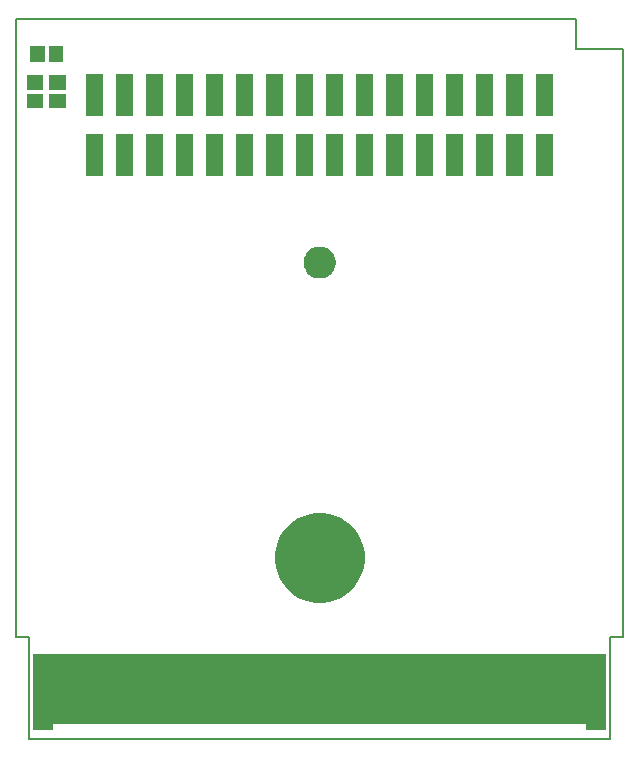
<source format=gbr>
G04 #@! TF.GenerationSoftware,KiCad,Pcbnew,5.0.0-rc2-unknown-01c2d93~65~ubuntu18.04.1*
G04 #@! TF.CreationDate,2018-07-04T16:37:29+03:00*
G04 #@! TF.ProjectId,GB-BRK-CART,47422D42524B2D434152542E6B696361,v4.0*
G04 #@! TF.SameCoordinates,Original*
G04 #@! TF.FileFunction,Soldermask,Top*
G04 #@! TF.FilePolarity,Negative*
%FSLAX46Y46*%
G04 Gerber Fmt 4.6, Leading zero omitted, Abs format (unit mm)*
G04 Created by KiCad (PCBNEW 5.0.0-rc2-unknown-01c2d93~65~ubuntu18.04.1) date Wed Jul  4 16:37:29 2018*
%MOMM*%
%LPD*%
G01*
G04 APERTURE LIST*
%ADD10C,0.150000*%
%ADD11C,0.100000*%
G04 APERTURE END LIST*
D10*
X121700000Y-39000000D02*
X121700000Y-41600000D01*
X74300000Y-39000000D02*
X121700000Y-39000000D01*
X125700000Y-41600000D02*
X121700000Y-41600000D01*
X74300000Y-91400000D02*
X74300000Y-39000000D01*
X75400000Y-91400000D02*
X74300000Y-91400000D01*
X75400000Y-100000000D02*
X75400000Y-91400000D01*
X125700000Y-91400000D02*
X125700000Y-41600000D01*
X124600000Y-91400000D02*
X125700000Y-91400000D01*
X124600000Y-100000000D02*
X124600000Y-91400000D01*
X75400000Y-100000000D02*
X124600000Y-100000000D01*
D11*
G36*
X124250000Y-99200000D02*
X122550000Y-99200000D01*
X122550000Y-98800000D01*
X122548079Y-98780491D01*
X122542388Y-98761732D01*
X122533147Y-98744443D01*
X122520711Y-98729289D01*
X122505557Y-98716853D01*
X122488268Y-98707612D01*
X122469509Y-98701921D01*
X122450000Y-98700000D01*
X77550000Y-98700000D01*
X77530491Y-98701921D01*
X77511732Y-98707612D01*
X77494443Y-98716853D01*
X77479289Y-98729289D01*
X77466853Y-98744443D01*
X77457612Y-98761732D01*
X77451921Y-98780491D01*
X77450000Y-98800000D01*
X77450000Y-99200000D01*
X75750000Y-99200000D01*
X75750000Y-92800000D01*
X124250000Y-92800000D01*
X124250000Y-99200000D01*
X124250000Y-99200000D01*
G37*
G36*
X101108419Y-80996031D02*
X101799975Y-81282483D01*
X102422359Y-81698347D01*
X102951653Y-82227641D01*
X103367517Y-82850025D01*
X103653969Y-83541581D01*
X103800000Y-84275733D01*
X103800000Y-85024267D01*
X103653969Y-85758419D01*
X103367517Y-86449975D01*
X102951653Y-87072359D01*
X102422359Y-87601653D01*
X101799975Y-88017517D01*
X101108419Y-88303969D01*
X100374267Y-88450000D01*
X99625733Y-88450000D01*
X98891581Y-88303969D01*
X98200025Y-88017517D01*
X97577641Y-87601653D01*
X97048347Y-87072359D01*
X96632483Y-86449975D01*
X96346031Y-85758419D01*
X96200000Y-85024267D01*
X96200000Y-84275733D01*
X96346031Y-83541581D01*
X96632483Y-82850025D01*
X97048347Y-82227641D01*
X97577641Y-81698347D01*
X98200025Y-81282483D01*
X98891581Y-80996031D01*
X99625733Y-80850000D01*
X100374267Y-80850000D01*
X101108419Y-80996031D01*
X101108419Y-80996031D01*
G37*
G36*
X100393778Y-58351879D02*
X100639465Y-58453646D01*
X100860573Y-58601385D01*
X101048615Y-58789427D01*
X101196354Y-59010535D01*
X101298121Y-59256222D01*
X101350000Y-59517034D01*
X101350000Y-59782966D01*
X101298121Y-60043778D01*
X101196354Y-60289465D01*
X101048615Y-60510573D01*
X100860573Y-60698615D01*
X100639465Y-60846354D01*
X100393778Y-60948121D01*
X100132966Y-61000000D01*
X99867034Y-61000000D01*
X99606222Y-60948121D01*
X99360535Y-60846354D01*
X99139427Y-60698615D01*
X98951385Y-60510573D01*
X98803646Y-60289465D01*
X98701879Y-60043778D01*
X98650000Y-59782966D01*
X98650000Y-59517034D01*
X98701879Y-59256222D01*
X98803646Y-59010535D01*
X98951385Y-58789427D01*
X99139427Y-58601385D01*
X99360535Y-58453646D01*
X99606222Y-58351879D01*
X99867034Y-58300000D01*
X100132966Y-58300000D01*
X100393778Y-58351879D01*
X100393778Y-58351879D01*
G37*
G36*
X107050000Y-52300000D02*
X105650000Y-52300000D01*
X105650000Y-48750000D01*
X107050000Y-48750000D01*
X107050000Y-52300000D01*
X107050000Y-52300000D01*
G37*
G36*
X114670000Y-52300000D02*
X113270000Y-52300000D01*
X113270000Y-48750000D01*
X114670000Y-48750000D01*
X114670000Y-52300000D01*
X114670000Y-52300000D01*
G37*
G36*
X117210000Y-52300000D02*
X115810000Y-52300000D01*
X115810000Y-48750000D01*
X117210000Y-48750000D01*
X117210000Y-52300000D01*
X117210000Y-52300000D01*
G37*
G36*
X119750000Y-52300000D02*
X118350000Y-52300000D01*
X118350000Y-48750000D01*
X119750000Y-48750000D01*
X119750000Y-52300000D01*
X119750000Y-52300000D01*
G37*
G36*
X112130000Y-52300000D02*
X110730000Y-52300000D01*
X110730000Y-48750000D01*
X112130000Y-48750000D01*
X112130000Y-52300000D01*
X112130000Y-52300000D01*
G37*
G36*
X109590000Y-52300000D02*
X108190000Y-52300000D01*
X108190000Y-48750000D01*
X109590000Y-48750000D01*
X109590000Y-52300000D01*
X109590000Y-52300000D01*
G37*
G36*
X104510000Y-52300000D02*
X103110000Y-52300000D01*
X103110000Y-48750000D01*
X104510000Y-48750000D01*
X104510000Y-52300000D01*
X104510000Y-52300000D01*
G37*
G36*
X101970000Y-52300000D02*
X100570000Y-52300000D01*
X100570000Y-48750000D01*
X101970000Y-48750000D01*
X101970000Y-52300000D01*
X101970000Y-52300000D01*
G37*
G36*
X99430000Y-52300000D02*
X98030000Y-52300000D01*
X98030000Y-48750000D01*
X99430000Y-48750000D01*
X99430000Y-52300000D01*
X99430000Y-52300000D01*
G37*
G36*
X96890000Y-52300000D02*
X95490000Y-52300000D01*
X95490000Y-48750000D01*
X96890000Y-48750000D01*
X96890000Y-52300000D01*
X96890000Y-52300000D01*
G37*
G36*
X81650000Y-52300000D02*
X80250000Y-52300000D01*
X80250000Y-48750000D01*
X81650000Y-48750000D01*
X81650000Y-52300000D01*
X81650000Y-52300000D01*
G37*
G36*
X84190000Y-52300000D02*
X82790000Y-52300000D01*
X82790000Y-48750000D01*
X84190000Y-48750000D01*
X84190000Y-52300000D01*
X84190000Y-52300000D01*
G37*
G36*
X94350000Y-52300000D02*
X92950000Y-52300000D01*
X92950000Y-48750000D01*
X94350000Y-48750000D01*
X94350000Y-52300000D01*
X94350000Y-52300000D01*
G37*
G36*
X91810000Y-52300000D02*
X90410000Y-52300000D01*
X90410000Y-48750000D01*
X91810000Y-48750000D01*
X91810000Y-52300000D01*
X91810000Y-52300000D01*
G37*
G36*
X89270000Y-52300000D02*
X87870000Y-52300000D01*
X87870000Y-48750000D01*
X89270000Y-48750000D01*
X89270000Y-52300000D01*
X89270000Y-52300000D01*
G37*
G36*
X86730000Y-52300000D02*
X85330000Y-52300000D01*
X85330000Y-48750000D01*
X86730000Y-48750000D01*
X86730000Y-52300000D01*
X86730000Y-52300000D01*
G37*
G36*
X94350000Y-47250000D02*
X92950000Y-47250000D01*
X92950000Y-43700000D01*
X94350000Y-43700000D01*
X94350000Y-47250000D01*
X94350000Y-47250000D01*
G37*
G36*
X81650000Y-47250000D02*
X80250000Y-47250000D01*
X80250000Y-43700000D01*
X81650000Y-43700000D01*
X81650000Y-47250000D01*
X81650000Y-47250000D01*
G37*
G36*
X84190000Y-47250000D02*
X82790000Y-47250000D01*
X82790000Y-43700000D01*
X84190000Y-43700000D01*
X84190000Y-47250000D01*
X84190000Y-47250000D01*
G37*
G36*
X89270000Y-47250000D02*
X87870000Y-47250000D01*
X87870000Y-43700000D01*
X89270000Y-43700000D01*
X89270000Y-47250000D01*
X89270000Y-47250000D01*
G37*
G36*
X86730000Y-47250000D02*
X85330000Y-47250000D01*
X85330000Y-43700000D01*
X86730000Y-43700000D01*
X86730000Y-47250000D01*
X86730000Y-47250000D01*
G37*
G36*
X119750000Y-47250000D02*
X118350000Y-47250000D01*
X118350000Y-43700000D01*
X119750000Y-43700000D01*
X119750000Y-47250000D01*
X119750000Y-47250000D01*
G37*
G36*
X117210000Y-47250000D02*
X115810000Y-47250000D01*
X115810000Y-43700000D01*
X117210000Y-43700000D01*
X117210000Y-47250000D01*
X117210000Y-47250000D01*
G37*
G36*
X114670000Y-47250000D02*
X113270000Y-47250000D01*
X113270000Y-43700000D01*
X114670000Y-43700000D01*
X114670000Y-47250000D01*
X114670000Y-47250000D01*
G37*
G36*
X112130000Y-47250000D02*
X110730000Y-47250000D01*
X110730000Y-43700000D01*
X112130000Y-43700000D01*
X112130000Y-47250000D01*
X112130000Y-47250000D01*
G37*
G36*
X109590000Y-47250000D02*
X108190000Y-47250000D01*
X108190000Y-43700000D01*
X109590000Y-43700000D01*
X109590000Y-47250000D01*
X109590000Y-47250000D01*
G37*
G36*
X107050000Y-47250000D02*
X105650000Y-47250000D01*
X105650000Y-43700000D01*
X107050000Y-43700000D01*
X107050000Y-47250000D01*
X107050000Y-47250000D01*
G37*
G36*
X104510000Y-47250000D02*
X103110000Y-47250000D01*
X103110000Y-43700000D01*
X104510000Y-43700000D01*
X104510000Y-47250000D01*
X104510000Y-47250000D01*
G37*
G36*
X101970000Y-47250000D02*
X100570000Y-47250000D01*
X100570000Y-43700000D01*
X101970000Y-43700000D01*
X101970000Y-47250000D01*
X101970000Y-47250000D01*
G37*
G36*
X99430000Y-47250000D02*
X98030000Y-47250000D01*
X98030000Y-43700000D01*
X99430000Y-43700000D01*
X99430000Y-47250000D01*
X99430000Y-47250000D01*
G37*
G36*
X96890000Y-47250000D02*
X95490000Y-47250000D01*
X95490000Y-43700000D01*
X96890000Y-43700000D01*
X96890000Y-47250000D01*
X96890000Y-47250000D01*
G37*
G36*
X91810000Y-47250000D02*
X90410000Y-47250000D01*
X90410000Y-43700000D01*
X91810000Y-43700000D01*
X91810000Y-47250000D01*
X91810000Y-47250000D01*
G37*
G36*
X76600000Y-46610000D02*
X75200000Y-46610000D01*
X75200000Y-45390000D01*
X76600000Y-45390000D01*
X76600000Y-46610000D01*
X76600000Y-46610000D01*
G37*
G36*
X78500000Y-46610000D02*
X77100000Y-46610000D01*
X77100000Y-45390000D01*
X78500000Y-45390000D01*
X78500000Y-46610000D01*
X78500000Y-46610000D01*
G37*
G36*
X78500000Y-45010000D02*
X77100000Y-45010000D01*
X77100000Y-43790000D01*
X78500000Y-43790000D01*
X78500000Y-45010000D01*
X78500000Y-45010000D01*
G37*
G36*
X76600000Y-45010000D02*
X75200000Y-45010000D01*
X75200000Y-43790000D01*
X76600000Y-43790000D01*
X76600000Y-45010000D01*
X76600000Y-45010000D01*
G37*
G36*
X76710000Y-42700000D02*
X75490000Y-42700000D01*
X75490000Y-41300000D01*
X76710000Y-41300000D01*
X76710000Y-42700000D01*
X76710000Y-42700000D01*
G37*
G36*
X78310000Y-42700000D02*
X77090000Y-42700000D01*
X77090000Y-41300000D01*
X78310000Y-41300000D01*
X78310000Y-42700000D01*
X78310000Y-42700000D01*
G37*
M02*

</source>
